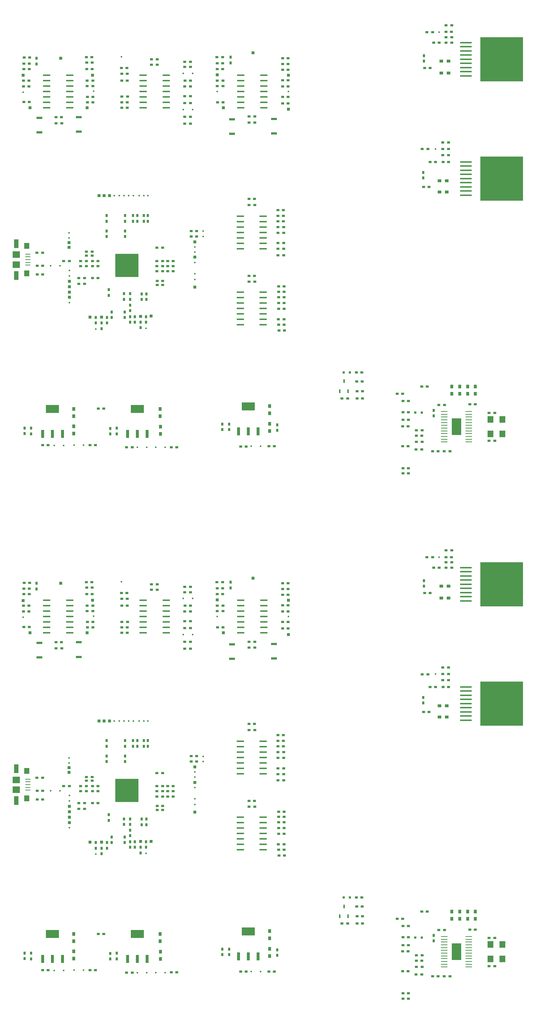
<source format=gbr>
G04 DipTrace 2.4.0.2*
%INTopPaste.gbr*%
%MOIN*%
%ADD38R,0.025X0.025*%
%ADD57R,0.0904X0.1573*%
%ADD59R,0.0628X0.0077*%
%ADD61R,0.3975X0.4054*%
%ADD63R,0.1101X0.0156*%
%ADD65R,0.0707X0.0156*%
%ADD67R,0.2164X0.2164*%
%ADD69O,0.0254X-0.0002*%
%ADD71O,-0.0002X0.0254*%
%ADD73R,0.1199X0.0766*%
%ADD75R,0.0294X0.0766*%
%ADD77R,0.017X0.017*%
%ADD79R,0.055X0.0628*%
%ADD85R,0.0176X0.0333*%
%ADD87R,0.0668X0.0628*%
%ADD89R,0.0431X0.0825*%
%ADD91R,0.0471X0.055*%
%ADD93R,0.0451X0.0077*%
%ADD99R,0.0235X0.0235*%
%ADD101R,0.055X0.0235*%
%ADD103R,0.0156X0.0156*%
%ADD105R,0.0353X0.0313*%
%ADD107R,0.0274X0.0195*%
%ADD109R,0.0195X0.0274*%
%ADD111R,0.0313X0.0353*%
%FSLAX44Y44*%
G04*
G70*
G90*
G75*
G01*
%LNTopPaste*%
%LPD*%
D111*
X24969Y54760D3*
Y55429D3*
D109*
X21209Y54898D3*
Y55409D3*
D107*
X23067Y83748D3*
X23579D3*
X5244Y83709D3*
X5756D3*
X23067Y75591D3*
X23579D3*
X23071Y68531D3*
X23583D3*
X14067Y88532D3*
X14579D3*
D111*
X24969Y57063D3*
Y56394D3*
D107*
X26220Y75130D3*
X25709D3*
X20134Y87075D3*
X20646D3*
X14563Y71646D3*
X15075D3*
X20114Y88669D3*
X20626D3*
D111*
X14880Y54508D3*
Y55177D3*
D107*
X26669Y87094D3*
X26157D3*
D105*
X41449Y88854D3*
X40780D3*
D111*
X14860Y56791D3*
Y56122D3*
D107*
X15547Y70425D3*
X16059D3*
D109*
X11634Y72697D3*
Y73209D3*
D107*
X14563Y69953D3*
X15075D3*
D109*
X10864Y54508D3*
Y55020D3*
D105*
X41449Y87752D3*
X40780D3*
D107*
X14563Y69480D3*
X15075D3*
X26240Y70976D3*
X25728D3*
X26669Y88591D3*
X26157D3*
X14583Y68594D3*
X15094D3*
X11291Y88236D3*
X11803D3*
D109*
X9921Y72685D3*
Y73197D3*
D107*
X14583Y68220D3*
X15094D3*
D109*
X13579Y67394D3*
Y66882D3*
D107*
X2252Y87075D3*
X2764D3*
X26299Y68079D3*
X25787D3*
D109*
X13165Y67394D3*
Y66882D3*
X13047Y64795D3*
Y64283D3*
D107*
X9130Y70425D3*
X8618D3*
D111*
X6896Y54528D3*
Y55197D3*
D107*
X2272Y88630D3*
X2783D3*
D109*
X12083Y67413D3*
Y66902D3*
D107*
X9130Y69953D3*
X8618D3*
D111*
X6896Y56791D3*
Y56122D3*
D109*
X11531Y67413D3*
Y66902D3*
X2959Y54508D3*
Y55020D3*
X11591Y65740D3*
Y65228D3*
D107*
X8650Y87075D3*
X8138D3*
D109*
X10390Y65740D3*
Y65228D3*
X9445Y64717D3*
Y64205D3*
D107*
X9130Y68870D3*
X8618D3*
D105*
X41291Y77835D3*
X40622D3*
X41291Y76791D3*
X40622D3*
D109*
X10114Y67787D3*
Y67276D3*
D107*
X26319Y64024D3*
X25807D3*
X8591Y88728D3*
X8079D3*
X33524Y57776D3*
X33012D3*
X16059Y69953D3*
X15547D3*
X7535Y70425D3*
X8047D3*
D109*
X12083Y65858D3*
Y66370D3*
D107*
X7535Y69953D3*
X8047D3*
X16059Y69480D3*
X15547D3*
X11843Y85579D3*
X11331D3*
X17669Y87075D3*
X17157D3*
X17650Y85008D3*
X17138D3*
X4031Y69992D3*
X3520D3*
X45197Y56429D3*
X45709D3*
X45197Y53850D3*
X45709D3*
D111*
X43917Y58870D3*
Y58201D3*
X43209Y58870D3*
Y58201D3*
X42480Y58870D3*
Y58201D3*
X41752Y58870D3*
Y58201D3*
D109*
X40079Y56154D3*
Y56665D3*
D107*
X41083Y57157D3*
X40571D3*
X37244Y57531D3*
X37756D3*
D103*
X24114Y53346D3*
X23248D3*
D101*
X21492Y83512D3*
Y82173D3*
D103*
X14467Y53248D3*
X15333D3*
X13620D3*
X12754D3*
D101*
X25370Y83531D3*
Y82193D3*
X3709Y83630D3*
Y82291D3*
D103*
X6915Y53465D3*
X7782D3*
X5971Y53445D3*
X5104D3*
D101*
X7370Y83689D3*
Y82350D3*
D99*
X31772Y60157D3*
X32362D3*
D103*
X17846Y87724D3*
X16980D3*
X17866Y84398D3*
X17000D3*
X5606Y69992D3*
X4740D3*
D99*
X38976Y56469D3*
X38386D3*
D93*
X2654Y71075D3*
Y70819D3*
Y70563D3*
Y70307D3*
Y70051D3*
D91*
X2565Y71823D3*
Y69303D3*
D89*
X1600Y72039D3*
Y69087D3*
D87*
Y71016D3*
Y70110D3*
D85*
X31437Y58445D3*
X32185D3*
X31811Y59350D3*
D109*
X25669Y54823D3*
Y55335D3*
D107*
X25394Y53346D3*
X24882D3*
D109*
X20598Y55409D3*
Y54898D3*
D107*
X23579Y83197D3*
X23067D3*
X5776Y83138D3*
X5264D3*
X23559Y76161D3*
X23047D3*
X23563Y69063D3*
X23051D3*
X14579Y89043D3*
X14067D3*
X22272Y53343D3*
X22783D3*
X41232Y92161D3*
X41744D3*
X26220Y74087D3*
X25709D3*
Y74598D3*
X26220D3*
X20646Y86563D3*
X20134D3*
D109*
X13736Y74618D3*
Y74106D3*
D107*
X41222Y91547D3*
X41734D3*
X17709Y73193D3*
X18220D3*
X16396Y53268D3*
X15884D3*
D109*
X13343Y74618D3*
Y74106D3*
X12752D3*
Y74618D3*
D107*
X39461Y91531D3*
X39972D3*
X41232Y91059D3*
X41744D3*
X20626Y88118D3*
X20114D3*
X20154Y85067D3*
X20665D3*
X26240Y73555D3*
X25728D3*
X17713Y72709D3*
X18224D3*
X40091Y90567D3*
X40602D3*
X41232D3*
X41744D3*
X20094Y89220D3*
X20606D3*
D109*
X12358Y74106D3*
Y74618D3*
D107*
X26240Y73043D3*
X25728D3*
X26669Y84969D3*
X26157D3*
D109*
X21354Y89220D3*
Y88709D3*
D107*
X25728Y72079D3*
X26240D3*
D109*
X10254Y55000D3*
Y54488D3*
X11630Y74618D3*
Y74106D3*
D107*
X14563Y70425D3*
X15075D3*
X39258Y88244D3*
X39770D3*
X26157Y86543D3*
X26669D3*
X25728Y71547D3*
X26240D3*
X11770Y53248D3*
X12282D3*
X26157Y89142D3*
X26669D3*
D109*
X39205Y89366D3*
Y88854D3*
D107*
X26157Y88059D3*
X26669D3*
Y85559D3*
X26157D3*
X40937Y81358D3*
X41449D3*
X11311Y87055D3*
X11823D3*
Y87685D3*
X11311D3*
X8884Y53465D3*
X8372D3*
X2764Y86524D3*
X2252D3*
X26299Y67094D3*
X25787D3*
Y67587D3*
X26299D3*
D109*
X13547Y64787D3*
Y65299D3*
D107*
X8583Y71280D3*
X8071D3*
X9654Y56815D3*
X9142D3*
X8583Y70925D3*
X8071D3*
X40937Y80768D3*
X41449D3*
D109*
X12516Y64795D3*
Y65307D3*
D107*
X2783Y88118D3*
X2272D3*
Y85087D3*
X2783D3*
X39028Y80748D3*
X39539D3*
X40937Y80197D3*
X41449D3*
X2311Y89181D3*
X2823D3*
X26299Y66563D3*
X25787D3*
D109*
X2368Y55039D3*
Y54528D3*
D107*
X39756Y79567D3*
X40268D3*
X40957D3*
X41469D3*
X26299Y66031D3*
X25787D3*
X4022Y53465D3*
X4534D3*
X8669Y85067D3*
X8157D3*
D109*
X3453Y89122D3*
Y88610D3*
D107*
X25768Y65067D3*
X26280D3*
D109*
X9957Y64717D3*
Y65228D3*
D107*
X8059Y89240D3*
X8571D3*
X8138Y86563D3*
X8650D3*
X39146Y77264D3*
X39657D3*
D109*
X8933Y64717D3*
Y65228D3*
D107*
X25787Y64555D3*
X26299D3*
X8079Y88118D3*
X8591D3*
X8669Y85559D3*
X8157D3*
D109*
X39126Y78602D3*
Y78091D3*
X9917Y74618D3*
Y74106D3*
D107*
X33524Y58425D3*
X33012D3*
D109*
X12083Y64795D3*
Y65307D3*
D107*
X5961Y70425D3*
X6472D3*
X33484Y59331D3*
X32972D3*
X33465Y60157D3*
X32953D3*
X11823Y84575D3*
X11311D3*
Y85067D3*
X11823D3*
X31634Y57756D3*
X32146D3*
X17650Y88315D3*
X17138D3*
X17650Y86543D3*
X17138D3*
Y88807D3*
X17650D3*
Y83728D3*
X17138D3*
X17650Y85618D3*
X17138D3*
Y83098D3*
X17650D3*
X4012Y71193D3*
X3500D3*
X4031Y69205D3*
X3520D3*
X38504Y54835D3*
X39016D3*
X38504Y53772D3*
X39016D3*
X43937Y57217D3*
X43425D3*
X37756Y55780D3*
X37244D3*
X37736Y55209D3*
X37224D3*
X37736Y53378D3*
X37224D3*
X38484Y54343D3*
X38996D3*
X37244Y56488D3*
X37756D3*
X36713Y58209D3*
X37224D3*
X38976Y58858D3*
X39488D3*
D79*
X45335Y55819D3*
X46437D3*
X45335Y54500D3*
X46437D3*
D107*
X39980Y52906D3*
X40492D3*
X41575D3*
X41063D3*
D38*
X20114Y87606D3*
D77*
Y86051D3*
D38*
X20685Y84575D3*
D77*
X13736Y76449D3*
X40602Y91531D3*
X18815Y73181D3*
X13343Y76449D3*
X12929D3*
X18815Y72709D3*
X12378Y76449D3*
D38*
X18047Y72197D3*
X23421Y89614D3*
D77*
X18047Y71744D3*
Y71252D3*
X11965Y76449D3*
D38*
X18047Y70780D3*
X26689Y87567D3*
D77*
X18047Y70307D3*
X26689Y86071D3*
D38*
Y84417D3*
D77*
X11531Y76449D3*
X11098D3*
X10626D3*
X18071Y68740D3*
D38*
X10173Y76449D3*
D77*
X18071Y69252D3*
D38*
X9701Y76449D3*
X18067Y68024D3*
X9228Y76449D3*
D77*
X6453Y73024D3*
D38*
X2232Y87547D3*
D77*
X6453Y72571D3*
D38*
Y72138D3*
X14031Y65346D3*
D77*
X2232Y86012D3*
D38*
X6453Y71685D3*
X2843Y84555D3*
D77*
X13539Y64244D3*
D38*
X13055Y65343D3*
D77*
X40248Y80768D3*
D38*
X5677Y89122D3*
D77*
X6492Y69559D3*
Y69067D3*
D38*
Y68555D3*
X8630Y87567D3*
X6492Y68063D3*
D77*
X8709Y86091D3*
D38*
X8118Y84575D3*
X9461Y65264D3*
X6492Y67571D3*
D77*
X8933Y64165D3*
D38*
X6492Y67079D3*
X8402Y65268D3*
D77*
X6492Y66606D3*
X11280Y89272D3*
D75*
X22087Y54744D3*
X22992D3*
X23898D3*
D73*
X22992Y57028D3*
D71*
X13043Y71567D3*
X12886D3*
X12728D3*
X12571D3*
X12413D3*
X12256D3*
X12098D3*
X11941D3*
X11783D3*
X11626D3*
X11469D3*
X11311D3*
X11154D3*
X10996D3*
X10839D3*
X10681D3*
X10524D3*
D69*
X10250Y71289D3*
Y71132D3*
Y70974D3*
Y70817D3*
Y70659D3*
Y70502D3*
Y70344D3*
Y70187D3*
Y70030D3*
Y69872D3*
Y69715D3*
Y69557D3*
Y69400D3*
Y69242D3*
Y69085D3*
Y68927D3*
Y68770D3*
D71*
X10528Y68496D3*
X10685D3*
X10843D3*
X11000D3*
X11157D3*
X11315D3*
X11472D3*
X11630D3*
X11787D3*
X11945D3*
X12102D3*
X12260D3*
X12417D3*
X12575D3*
X12732D3*
X12890D3*
X13047D3*
D69*
X13321Y68774D3*
Y68931D3*
Y69089D3*
Y69246D3*
Y69404D3*
Y69561D3*
Y69719D3*
Y69876D3*
Y70033D3*
Y70191D3*
Y70348D3*
Y70506D3*
Y70663D3*
Y70821D3*
Y70978D3*
Y71136D3*
Y71293D3*
D67*
X11785Y70031D3*
D65*
X22280Y87567D3*
Y87067D3*
Y86567D3*
Y86067D3*
Y85567D3*
Y85067D3*
Y84567D3*
X24406D3*
Y85067D3*
Y85567D3*
Y86067D3*
Y86567D3*
Y87067D3*
Y87567D3*
X22240Y74567D3*
Y74067D3*
Y73567D3*
Y73067D3*
Y72567D3*
Y72067D3*
Y71567D3*
X24366D3*
Y72067D3*
Y72567D3*
Y73067D3*
Y73567D3*
Y74067D3*
Y74567D3*
D63*
X43043Y90567D3*
Y90185D3*
Y89803D3*
Y89421D3*
Y89039D3*
Y88657D3*
Y88276D3*
Y87894D3*
Y87512D3*
D61*
X46370Y89039D3*
D75*
X11850Y54508D3*
X12756D3*
X13661D3*
D73*
X12756Y56791D3*
D65*
X13280Y87567D3*
Y87067D3*
Y86567D3*
Y86067D3*
Y85567D3*
Y85067D3*
Y84567D3*
X15406D3*
Y85067D3*
Y85567D3*
Y86067D3*
Y86567D3*
Y87067D3*
Y87567D3*
X4398D3*
Y87067D3*
Y86567D3*
Y86067D3*
Y85567D3*
Y85067D3*
Y84567D3*
X6524D3*
Y85067D3*
Y85567D3*
Y86067D3*
Y86567D3*
Y87067D3*
Y87567D3*
D75*
X4031Y54508D3*
X4937D3*
X5843D3*
D73*
X4937Y56791D3*
D65*
X22240Y67567D3*
Y67067D3*
Y66567D3*
Y66067D3*
Y65567D3*
Y65067D3*
Y64567D3*
X24366D3*
Y65067D3*
Y65567D3*
Y66067D3*
Y66567D3*
Y67067D3*
Y67567D3*
D63*
X43043Y79567D3*
Y79185D3*
Y78803D3*
Y78421D3*
Y78039D3*
Y77657D3*
Y77276D3*
Y76894D3*
Y76512D3*
D61*
X46370Y78039D3*
D59*
X41043Y56567D3*
Y56311D3*
Y56055D3*
Y55799D3*
Y55543D3*
Y55287D3*
Y55031D3*
Y54776D3*
Y54520D3*
Y54264D3*
Y54008D3*
Y53752D3*
X43327D3*
Y54008D3*
Y54264D3*
Y54520D3*
Y54776D3*
Y55031D3*
Y55287D3*
Y55543D3*
Y55799D3*
Y56055D3*
Y56311D3*
Y56567D3*
D57*
X42185Y55159D3*
D107*
X38465Y53051D3*
X38976D3*
X37756Y50846D3*
X37244D3*
X37756Y51339D3*
X37244D3*
X7362Y68858D3*
X7874D3*
X7362Y68327D3*
X7874D3*
D111*
X24969Y6354D3*
Y7024D3*
D109*
X21209Y6492D3*
Y7004D3*
D107*
X23067Y35343D3*
X23579D3*
X5244Y35303D3*
X5756D3*
X23067Y27185D3*
X23579D3*
X23071Y20126D3*
X23583D3*
X14067Y40126D3*
X14579D3*
D111*
X24969Y8657D3*
Y7988D3*
D107*
X26220Y26724D3*
X25709D3*
X20134Y38669D3*
X20646D3*
X14563Y23240D3*
X15075D3*
X20114Y40264D3*
X20626D3*
D111*
X14880Y6102D3*
Y6772D3*
D107*
X26669Y38689D3*
X26157D3*
D105*
X41449Y40449D3*
X40780D3*
D111*
X14860Y8386D3*
Y7717D3*
D107*
X15547Y22020D3*
X16059D3*
D109*
X11634Y24291D3*
Y24803D3*
D107*
X14563Y21547D3*
X15075D3*
D109*
X10864Y6102D3*
Y6614D3*
D105*
X41449Y39346D3*
X40780D3*
D107*
X14563Y21075D3*
X15075D3*
X26240Y22571D3*
X25728D3*
X26669Y40185D3*
X26157D3*
X14583Y20189D3*
X15094D3*
X11291Y39831D3*
X11803D3*
D109*
X9921Y24280D3*
Y24791D3*
D107*
X14583Y19815D3*
X15094D3*
D109*
X13579Y18988D3*
Y18476D3*
D107*
X2252Y38669D3*
X2764D3*
X26299Y19673D3*
X25787D3*
D109*
X13165Y18988D3*
Y18476D3*
X13047Y16390D3*
Y15878D3*
D107*
X9130Y22020D3*
X8618D3*
D111*
X6896Y6122D3*
Y6791D3*
D107*
X2272Y40224D3*
X2783D3*
D109*
X12083Y19008D3*
Y18496D3*
D107*
X9130Y21547D3*
X8618D3*
D111*
X6896Y8386D3*
Y7717D3*
D109*
X11531Y19008D3*
Y18496D3*
X2959Y6102D3*
Y6614D3*
X11591Y17335D3*
Y16823D3*
D107*
X8650Y38669D3*
X8138D3*
D109*
X10390Y17335D3*
Y16823D3*
X9445Y16311D3*
Y15799D3*
D107*
X9130Y20465D3*
X8618D3*
D105*
X41291Y29429D3*
X40622D3*
X41291Y28386D3*
X40622D3*
D109*
X10114Y19382D3*
Y18870D3*
D107*
X26319Y15618D3*
X25807D3*
X8591Y40323D3*
X8079D3*
X33524Y9370D3*
X33012D3*
X16059Y21547D3*
X15547D3*
X7535Y22020D3*
X8047D3*
D109*
X12083Y17453D3*
Y17965D3*
D107*
X7535Y21547D3*
X8047D3*
X16059Y21075D3*
X15547D3*
X11843Y37173D3*
X11331D3*
X17669Y38669D3*
X17157D3*
X17650Y36602D3*
X17138D3*
X4031Y21587D3*
X3520D3*
X45197Y8024D3*
X45709D3*
X45197Y5445D3*
X45709D3*
D111*
X43917Y10465D3*
Y9795D3*
X43209Y10465D3*
Y9795D3*
X42480Y10465D3*
Y9795D3*
X41752Y10465D3*
Y9795D3*
D109*
X40079Y7748D3*
Y8260D3*
D107*
X41083Y8752D3*
X40571D3*
X37244Y9126D3*
X37756D3*
D103*
X24114Y4941D3*
X23248D3*
D101*
X21492Y35106D3*
Y33768D3*
D103*
X14467Y4843D3*
X15333D3*
X13620D3*
X12754D3*
D101*
X25370Y35126D3*
Y33787D3*
X3709Y35224D3*
Y33886D3*
D103*
X6915Y5059D3*
X7782D3*
X5971Y5039D3*
X5104D3*
D101*
X7370Y35283D3*
Y33945D3*
D99*
X31772Y11752D3*
X32362D3*
D103*
X17846Y39319D3*
X16980D3*
X17866Y35992D3*
X17000D3*
X5606Y21587D3*
X4740D3*
D99*
X38976Y8063D3*
X38386D3*
D93*
X2654Y22669D3*
Y22413D3*
Y22157D3*
Y21902D3*
Y21646D3*
D91*
X2565Y23417D3*
Y20898D3*
D89*
X1600Y23634D3*
Y20681D3*
D87*
Y22610D3*
Y21705D3*
D85*
X31437Y10039D3*
X32185D3*
X31811Y10945D3*
D109*
X25669Y6417D3*
Y6929D3*
D107*
X25394Y4941D3*
X24882D3*
D109*
X20598Y7004D3*
Y6492D3*
D107*
X23579Y34791D3*
X23067D3*
X5776Y34732D3*
X5264D3*
X23559Y27756D3*
X23047D3*
X23563Y20657D3*
X23051D3*
X14579Y40638D3*
X14067D3*
X22272Y4937D3*
X22783D3*
X41232Y43756D3*
X41744D3*
X26220Y25681D3*
X25709D3*
Y26193D3*
X26220D3*
X20646Y38157D3*
X20134D3*
D109*
X13736Y26213D3*
Y25701D3*
D107*
X41222Y43142D3*
X41734D3*
X17709Y24787D3*
X18220D3*
X16396Y4862D3*
X15884D3*
D109*
X13343Y26213D3*
Y25701D3*
X12752D3*
Y26213D3*
D107*
X39461Y43126D3*
X39972D3*
X41232Y42654D3*
X41744D3*
X20626Y39713D3*
X20114D3*
X20154Y36661D3*
X20665D3*
X26240Y25150D3*
X25728D3*
X17713Y24303D3*
X18224D3*
X40091Y42161D3*
X40602D3*
X41232D3*
X41744D3*
X20094Y40815D3*
X20606D3*
D109*
X12358Y25701D3*
Y26213D3*
D107*
X26240Y24638D3*
X25728D3*
X26669Y36563D3*
X26157D3*
D109*
X21354Y40815D3*
Y40303D3*
D107*
X25728Y23673D3*
X26240D3*
D109*
X10254Y6594D3*
Y6083D3*
X11630Y26213D3*
Y25701D3*
D107*
X14563Y22020D3*
X15075D3*
X39258Y39839D3*
X39770D3*
X26157Y38138D3*
X26669D3*
X25728Y23142D3*
X26240D3*
X11770Y4843D3*
X12282D3*
X26157Y40736D3*
X26669D3*
D109*
X39205Y40961D3*
Y40449D3*
D107*
X26157Y39654D3*
X26669D3*
Y37154D3*
X26157D3*
X40937Y32953D3*
X41449D3*
X11311Y38650D3*
X11823D3*
Y39280D3*
X11311D3*
X8884Y5059D3*
X8372D3*
X2764Y38118D3*
X2252D3*
X26299Y18689D3*
X25787D3*
Y19181D3*
X26299D3*
D109*
X13547Y16382D3*
Y16894D3*
D107*
X8583Y22874D3*
X8071D3*
X9654Y8409D3*
X9142D3*
X8583Y22520D3*
X8071D3*
X40937Y32362D3*
X41449D3*
D109*
X12516Y16390D3*
Y16902D3*
D107*
X2783Y39713D3*
X2272D3*
Y36681D3*
X2783D3*
X39028Y32343D3*
X39539D3*
X40937Y31791D3*
X41449D3*
X2311Y40776D3*
X2823D3*
X26299Y18157D3*
X25787D3*
D109*
X2368Y6634D3*
Y6122D3*
D107*
X39756Y31161D3*
X40268D3*
X40957D3*
X41469D3*
X26299Y17626D3*
X25787D3*
X4022Y5059D3*
X4534D3*
X8669Y36661D3*
X8157D3*
D109*
X3453Y40717D3*
Y40205D3*
D107*
X25768Y16661D3*
X26280D3*
D109*
X9957Y16311D3*
Y16823D3*
D107*
X8059Y40835D3*
X8571D3*
X8138Y38157D3*
X8650D3*
X39146Y28858D3*
X39657D3*
D109*
X8933Y16311D3*
Y16823D3*
D107*
X25787Y16150D3*
X26299D3*
X8079Y39713D3*
X8591D3*
X8669Y37154D3*
X8157D3*
D109*
X39126Y30197D3*
Y29685D3*
X9917Y26213D3*
Y25701D3*
D107*
X33524Y10020D3*
X33012D3*
D109*
X12083Y16390D3*
Y16902D3*
D107*
X5961Y22020D3*
X6472D3*
X33484Y10925D3*
X32972D3*
X33465Y11752D3*
X32953D3*
X11823Y36169D3*
X11311D3*
Y36661D3*
X11823D3*
X31634Y9350D3*
X32146D3*
X17650Y39909D3*
X17138D3*
X17650Y38138D3*
X17138D3*
Y40402D3*
X17650D3*
Y35323D3*
X17138D3*
X17650Y37213D3*
X17138D3*
Y34693D3*
X17650D3*
X4012Y22787D3*
X3500D3*
X4031Y20799D3*
X3520D3*
X38504Y6429D3*
X39016D3*
X38504Y5366D3*
X39016D3*
X43937Y8811D3*
X43425D3*
X37756Y7374D3*
X37244D3*
X37736Y6803D3*
X37224D3*
X37736Y4972D3*
X37224D3*
X38484Y5937D3*
X38996D3*
X37244Y8083D3*
X37756D3*
X36713Y9803D3*
X37224D3*
X38976Y10453D3*
X39488D3*
D79*
X45335Y7413D3*
X46437D3*
X45335Y6094D3*
X46437D3*
D107*
X39980Y4500D3*
X40492D3*
X41575D3*
X41063D3*
D38*
X20114Y39201D3*
D77*
Y37646D3*
D38*
X20685Y36169D3*
D77*
X13736Y28043D3*
X40602Y43126D3*
X18815Y24776D3*
X13343Y28043D3*
X12929D3*
X18815Y24303D3*
X12378Y28043D3*
D38*
X18047Y23791D3*
X23421Y41209D3*
D77*
X18047Y23339D3*
Y22846D3*
X11965Y28043D3*
D38*
X18047Y22374D3*
X26689Y39161D3*
D77*
X18047Y21902D3*
X26689Y37665D3*
D38*
Y36012D3*
D77*
X11531Y28043D3*
X11098D3*
X10626D3*
X18071Y20335D3*
D38*
X10173Y28043D3*
D77*
X18071Y20846D3*
D38*
X9701Y28043D3*
X18067Y19618D3*
X9228Y28043D3*
D77*
X6453Y24618D3*
D38*
X2232Y39142D3*
D77*
X6453Y24165D3*
D38*
Y23732D3*
X14031Y16941D3*
D77*
X2232Y37606D3*
D38*
X6453Y23280D3*
X2843Y36150D3*
D77*
X13539Y15839D3*
D38*
X13055Y16937D3*
D77*
X40248Y32362D3*
D38*
X5677Y40717D3*
D77*
X6492Y21154D3*
Y20661D3*
D38*
Y20150D3*
X8630Y39161D3*
X6492Y19657D3*
D77*
X8709Y37685D3*
D38*
X8118Y36169D3*
X9461Y16858D3*
X6492Y19165D3*
D77*
X8933Y15760D3*
D38*
X6492Y18673D3*
X8402Y16862D3*
D77*
X6492Y18201D3*
X11280Y40866D3*
D75*
X22087Y6339D3*
X22992D3*
X23898D3*
D73*
X22992Y8622D3*
D71*
X13043Y23161D3*
X12886D3*
X12728D3*
X12571D3*
X12413D3*
X12256D3*
X12098D3*
X11941D3*
X11783D3*
X11626D3*
X11469D3*
X11311D3*
X11154D3*
X10996D3*
X10839D3*
X10681D3*
X10524D3*
D69*
X10250Y22884D3*
Y22726D3*
Y22569D3*
Y22411D3*
Y22254D3*
Y22096D3*
Y21939D3*
Y21781D3*
Y21624D3*
Y21467D3*
Y21309D3*
Y21152D3*
Y20994D3*
Y20837D3*
Y20679D3*
Y20522D3*
Y20364D3*
D71*
X10528Y20091D3*
X10685D3*
X10843D3*
X11000D3*
X11157D3*
X11315D3*
X11472D3*
X11630D3*
X11787D3*
X11945D3*
X12102D3*
X12260D3*
X12417D3*
X12575D3*
X12732D3*
X12890D3*
X13047D3*
D69*
X13321Y20368D3*
Y20526D3*
Y20683D3*
Y20841D3*
Y20998D3*
Y21156D3*
Y21313D3*
Y21470D3*
Y21628D3*
Y21785D3*
Y21943D3*
Y22100D3*
Y22258D3*
Y22415D3*
Y22573D3*
Y22730D3*
Y22888D3*
D67*
X11785Y21626D3*
D65*
X22280Y39161D3*
Y38661D3*
Y38161D3*
Y37661D3*
Y37161D3*
Y36661D3*
Y36161D3*
X24406D3*
Y36661D3*
Y37161D3*
Y37661D3*
Y38161D3*
Y38661D3*
Y39161D3*
X22240Y26161D3*
Y25661D3*
Y25161D3*
Y24661D3*
Y24161D3*
Y23661D3*
Y23161D3*
X24366D3*
Y23661D3*
Y24161D3*
Y24661D3*
Y25161D3*
Y25661D3*
Y26161D3*
D63*
X43043Y42161D3*
Y41780D3*
Y41398D3*
Y41016D3*
Y40634D3*
Y40252D3*
Y39870D3*
Y39488D3*
Y39106D3*
D61*
X46370Y40634D3*
D75*
X11850Y6102D3*
X12756D3*
X13661D3*
D73*
X12756Y8386D3*
D65*
X13280Y39161D3*
Y38661D3*
Y38161D3*
Y37661D3*
Y37161D3*
Y36661D3*
Y36161D3*
X15406D3*
Y36661D3*
Y37161D3*
Y37661D3*
Y38161D3*
Y38661D3*
Y39161D3*
X4398D3*
Y38661D3*
Y38161D3*
Y37661D3*
Y37161D3*
Y36661D3*
Y36161D3*
X6524D3*
Y36661D3*
Y37161D3*
Y37661D3*
Y38161D3*
Y38661D3*
Y39161D3*
D75*
X4031Y6102D3*
X4937D3*
X5843D3*
D73*
X4937Y8386D3*
D65*
X22240Y19161D3*
Y18661D3*
Y18161D3*
Y17661D3*
Y17161D3*
Y16661D3*
Y16161D3*
X24366D3*
Y16661D3*
Y17161D3*
Y17661D3*
Y18161D3*
Y18661D3*
Y19161D3*
D63*
X43043Y31161D3*
Y30780D3*
Y30398D3*
Y30016D3*
Y29634D3*
Y29252D3*
Y28870D3*
Y28488D3*
Y28106D3*
D61*
X46370Y29634D3*
D59*
X41043Y8161D3*
Y7906D3*
Y7650D3*
Y7394D3*
Y7138D3*
Y6882D3*
Y6626D3*
Y6370D3*
Y6114D3*
Y5858D3*
Y5602D3*
Y5346D3*
X43327D3*
Y5602D3*
Y5858D3*
Y6114D3*
Y6370D3*
Y6626D3*
Y6882D3*
Y7138D3*
Y7394D3*
Y7650D3*
Y7906D3*
Y8161D3*
D57*
X42185Y6754D3*
D107*
X38465Y4646D3*
X38976D3*
X37756Y2441D3*
X37244D3*
X37756Y2933D3*
X37244D3*
X7362Y20453D3*
X7874D3*
X7362Y19921D3*
X7874D3*
M02*

</source>
